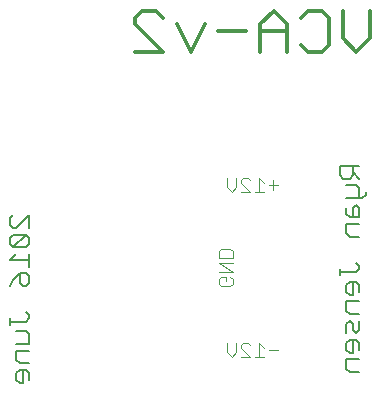
<source format=gbo>
G75*
%MOIN*%
%OFA0B0*%
%FSLAX25Y25*%
%IPPOS*%
%LPD*%
%AMOC8*
5,1,8,0,0,1.08239X$1,22.5*
%
%ADD10C,0.01200*%
%ADD11C,0.00600*%
%ADD12C,0.00400*%
D10*
X0076683Y0123650D02*
X0085891Y0123650D01*
X0076683Y0132858D01*
X0076683Y0135160D01*
X0078985Y0137462D01*
X0083589Y0137462D01*
X0085891Y0135160D01*
X0090495Y0132858D02*
X0095099Y0123650D01*
X0099703Y0132858D01*
X0104307Y0130556D02*
X0113515Y0130556D01*
X0118119Y0130556D02*
X0127326Y0130556D01*
X0127326Y0132858D02*
X0122722Y0137462D01*
X0118119Y0132858D01*
X0118119Y0123650D01*
X0127326Y0123650D02*
X0127326Y0132858D01*
X0131930Y0135160D02*
X0134232Y0137462D01*
X0138836Y0137462D01*
X0141138Y0135160D01*
X0141138Y0125952D01*
X0138836Y0123650D01*
X0134232Y0123650D01*
X0131930Y0125952D01*
X0145742Y0128254D02*
X0145742Y0137462D01*
X0154950Y0137462D02*
X0154950Y0128254D01*
X0150346Y0123650D01*
X0145742Y0128254D01*
D11*
X0034845Y0034892D02*
X0034845Y0032757D01*
X0034845Y0033825D02*
X0040182Y0033825D01*
X0041250Y0034892D01*
X0041250Y0035960D01*
X0040182Y0037027D01*
X0040182Y0030582D02*
X0036980Y0030582D01*
X0040182Y0030582D02*
X0041250Y0029514D01*
X0041250Y0026311D01*
X0036980Y0026311D01*
X0036980Y0024136D02*
X0036980Y0020934D01*
X0038047Y0019866D01*
X0041250Y0019866D01*
X0040182Y0017691D02*
X0038047Y0017691D01*
X0036980Y0016623D01*
X0036980Y0014488D01*
X0038047Y0013420D01*
X0039115Y0013420D01*
X0039115Y0017691D01*
X0040182Y0017691D02*
X0041250Y0016623D01*
X0041250Y0014488D01*
X0041250Y0024136D02*
X0036980Y0024136D01*
X0039115Y0045648D02*
X0038047Y0046716D01*
X0038047Y0049918D01*
X0040182Y0049918D01*
X0041250Y0048851D01*
X0041250Y0046716D01*
X0040182Y0045648D01*
X0039115Y0045648D01*
X0035912Y0047783D02*
X0038047Y0049918D01*
X0035912Y0047783D02*
X0034845Y0045648D01*
X0041250Y0052093D02*
X0041250Y0056364D01*
X0041250Y0054229D02*
X0034845Y0054229D01*
X0036980Y0056364D01*
X0035912Y0058539D02*
X0040182Y0062809D01*
X0041250Y0061742D01*
X0041250Y0059607D01*
X0040182Y0058539D01*
X0035912Y0058539D01*
X0034845Y0059607D01*
X0034845Y0061742D01*
X0035912Y0062809D01*
X0040182Y0062809D01*
X0041250Y0064984D02*
X0041250Y0069255D01*
X0036980Y0064984D01*
X0035912Y0064984D01*
X0034845Y0066052D01*
X0034845Y0068187D01*
X0035912Y0069255D01*
X0144845Y0082498D02*
X0145912Y0081430D01*
X0148047Y0081430D01*
X0149115Y0082498D01*
X0149115Y0085700D01*
X0149115Y0083565D02*
X0151250Y0081430D01*
X0150182Y0079255D02*
X0151250Y0078187D01*
X0151250Y0074984D01*
X0152318Y0074984D02*
X0153385Y0076052D01*
X0153385Y0077120D01*
X0152318Y0074984D02*
X0146980Y0074984D01*
X0150182Y0072809D02*
X0149115Y0071742D01*
X0149115Y0068539D01*
X0148047Y0068539D02*
X0151250Y0068539D01*
X0151250Y0071742D01*
X0150182Y0072809D01*
X0146980Y0071742D02*
X0146980Y0069607D01*
X0148047Y0068539D01*
X0146980Y0066364D02*
X0146980Y0063161D01*
X0148047Y0062093D01*
X0151250Y0062093D01*
X0151250Y0066364D02*
X0146980Y0066364D01*
X0146980Y0079255D02*
X0150182Y0079255D01*
X0144845Y0082498D02*
X0144845Y0085700D01*
X0151250Y0085700D01*
X0150182Y0053473D02*
X0151250Y0052405D01*
X0151250Y0051338D01*
X0150182Y0050270D01*
X0144845Y0050270D01*
X0144845Y0051338D02*
X0144845Y0049202D01*
X0148047Y0047027D02*
X0146980Y0045960D01*
X0146980Y0043825D01*
X0148047Y0042757D01*
X0149115Y0042757D01*
X0149115Y0047027D01*
X0150182Y0047027D02*
X0148047Y0047027D01*
X0150182Y0047027D02*
X0151250Y0045960D01*
X0151250Y0043825D01*
X0151250Y0040582D02*
X0146980Y0040582D01*
X0146980Y0037379D01*
X0148047Y0036312D01*
X0151250Y0036312D01*
X0151250Y0034136D02*
X0151250Y0030934D01*
X0150182Y0029866D01*
X0149115Y0030934D01*
X0149115Y0033069D01*
X0148047Y0034136D01*
X0146980Y0033069D01*
X0146980Y0029866D01*
X0148047Y0027691D02*
X0146980Y0026623D01*
X0146980Y0024488D01*
X0148047Y0023421D01*
X0149115Y0023421D01*
X0149115Y0027691D01*
X0150182Y0027691D02*
X0148047Y0027691D01*
X0150182Y0027691D02*
X0151250Y0026623D01*
X0151250Y0024488D01*
X0151250Y0021245D02*
X0146980Y0021245D01*
X0146980Y0018043D01*
X0148047Y0016975D01*
X0151250Y0016975D01*
D12*
X0124100Y0024302D02*
X0121031Y0024302D01*
X0119496Y0025069D02*
X0117961Y0026604D01*
X0117961Y0022000D01*
X0116427Y0022000D02*
X0119496Y0022000D01*
X0114892Y0022000D02*
X0111823Y0025069D01*
X0111823Y0025837D01*
X0112590Y0026604D01*
X0114125Y0026604D01*
X0114892Y0025837D01*
X0114892Y0022000D02*
X0111823Y0022000D01*
X0110288Y0023535D02*
X0108754Y0022000D01*
X0107219Y0023535D01*
X0107219Y0026604D01*
X0110288Y0026604D02*
X0110288Y0023535D01*
X0108337Y0045688D02*
X0105267Y0045688D01*
X0104500Y0046456D01*
X0104500Y0047990D01*
X0105267Y0048757D01*
X0106802Y0048757D01*
X0106802Y0047223D01*
X0108337Y0048757D02*
X0109104Y0047990D01*
X0109104Y0046456D01*
X0108337Y0045688D01*
X0109104Y0050292D02*
X0104500Y0050292D01*
X0104500Y0053361D02*
X0109104Y0053361D01*
X0109104Y0054896D02*
X0109104Y0057198D01*
X0108337Y0057965D01*
X0105267Y0057965D01*
X0104500Y0057198D01*
X0104500Y0054896D01*
X0109104Y0054896D01*
X0109104Y0050292D02*
X0104500Y0053361D01*
X0108754Y0077000D02*
X0107219Y0078535D01*
X0107219Y0081604D01*
X0110288Y0081604D02*
X0110288Y0078535D01*
X0108754Y0077000D01*
X0111823Y0077000D02*
X0114892Y0077000D01*
X0111823Y0080069D01*
X0111823Y0080837D01*
X0112590Y0081604D01*
X0114125Y0081604D01*
X0114892Y0080837D01*
X0117961Y0081604D02*
X0117961Y0077000D01*
X0116427Y0077000D02*
X0119496Y0077000D01*
X0121031Y0079302D02*
X0124100Y0079302D01*
X0122565Y0080837D02*
X0122565Y0077767D01*
X0119496Y0080069D02*
X0117961Y0081604D01*
M02*

</source>
